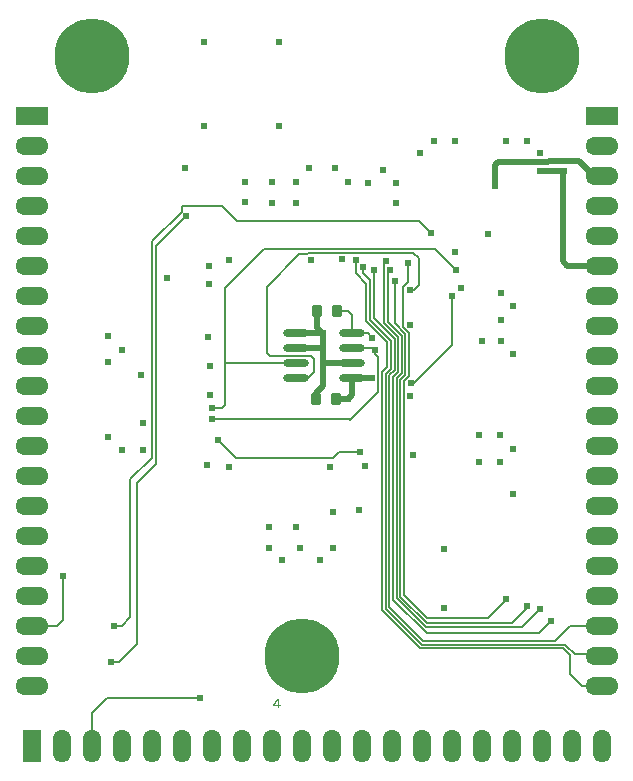
<source format=gbl>
G04 Layer_Physical_Order=4*
G04 Layer_Color=16711680*
%FSLAX25Y25*%
%MOIN*%
G70*
G01*
G75*
G04:AMPARAMS|DCode=13|XSize=39.37mil|YSize=35.43mil|CornerRadius=4.43mil|HoleSize=0mil|Usage=FLASHONLY|Rotation=90.000|XOffset=0mil|YOffset=0mil|HoleType=Round|Shape=RoundedRectangle|*
%AMROUNDEDRECTD13*
21,1,0.03937,0.02658,0,0,90.0*
21,1,0.03051,0.03543,0,0,90.0*
1,1,0.00886,0.01329,0.01526*
1,1,0.00886,0.01329,-0.01526*
1,1,0.00886,-0.01329,-0.01526*
1,1,0.00886,-0.01329,0.01526*
%
%ADD13ROUNDEDRECTD13*%
%ADD15C,0.02000*%
%ADD16C,0.00600*%
%ADD17C,0.00800*%
%ADD20C,0.25000*%
%ADD21O,0.11000X0.06000*%
%ADD22R,0.11000X0.06000*%
%ADD23O,0.06000X0.11000*%
%ADD24R,0.06000X0.11000*%
%ADD25C,0.02400*%
%ADD32O,0.08661X0.02362*%
G36*
X191115Y121704D02*
X191609D01*
Y121166D01*
X191115D01*
Y120500D01*
X190515D01*
Y121166D01*
X189000D01*
Y121688D01*
X190271Y123763D01*
X191115D01*
Y121704D01*
D02*
G37*
%LPC*%
G36*
X190526Y123170D02*
X189594Y121704D01*
X190526D01*
Y123170D01*
D02*
G37*
%LPD*%
D13*
X203654Y253000D02*
D03*
X210347D02*
D03*
X203153Y223500D02*
D03*
X209846D02*
D03*
D15*
X263000Y294500D02*
Y301500D01*
X264000Y302500D01*
X280500D01*
X281000Y303000D01*
X291000D01*
X296000Y298000D01*
X298500D01*
X282000Y299500D02*
X286000D01*
X278000D02*
X282000D01*
X285500Y299000D02*
X286000Y299500D01*
X285500Y269500D02*
Y299000D01*
Y269500D02*
X287000Y268000D01*
X298500D01*
X214000Y223500D02*
X215449Y224949D01*
Y230500D01*
X222000D01*
X205500Y235500D02*
Y240500D01*
Y228000D02*
Y235500D01*
X215449D01*
X196551Y240500D02*
X205500D01*
Y245500D01*
X203654Y247346D02*
X205500Y245500D01*
X203654Y247346D02*
Y253000D01*
X196551Y245500D02*
X205500D01*
X203153Y225654D02*
X205500Y228000D01*
X203153Y223500D02*
Y225654D01*
X209846Y223500D02*
X214000D01*
D16*
X108500Y148000D02*
X117000D01*
X119000Y150000D01*
Y164500D01*
X211000Y206000D02*
X218000D01*
X209000Y204000D02*
X211000Y206000D01*
X176500Y204000D02*
X209000D01*
X170500Y210000D02*
X176500Y204000D01*
X173000Y235500D02*
Y260500D01*
Y221500D02*
Y235500D01*
X186127Y273627D02*
X242873D01*
X173000Y260500D02*
X186127Y273627D01*
X168500Y220500D02*
X172000D01*
X173000Y221500D01*
X168500Y216799D02*
X214201D01*
X214500Y216500D01*
X224100Y226100D01*
X266000Y156000D02*
Y156500D01*
X260500Y150500D02*
X266000Y156000D01*
Y156500D02*
X266500Y157000D01*
X240337Y150500D02*
X260500D01*
X240246Y145500D02*
X277500D01*
X228973Y156773D02*
Y231034D01*
X239943Y147500D02*
X272000D01*
X230173Y157270D02*
Y230537D01*
X240140Y149000D02*
X268500D01*
X231373Y157767D02*
Y230040D01*
X232573Y158264D02*
Y229543D01*
Y158264D02*
X240337Y150500D01*
X231373Y157767D02*
X240140Y149000D01*
X230173Y157270D02*
X239943Y147500D01*
X228973Y156773D02*
X240246Y145500D01*
X268500Y149000D02*
X273500Y154000D01*
X272000Y147500D02*
X278000Y153500D01*
X277500Y145500D02*
X281500Y149500D01*
X282900Y142900D02*
X288000Y148000D01*
X239100Y142900D02*
X282900D01*
X227773Y154227D02*
X239100Y142900D01*
X286300Y141700D02*
X289500Y138500D01*
X238603Y141700D02*
X286300D01*
X226573Y153730D02*
X238603Y141700D01*
X285803Y140500D02*
X288000Y138303D01*
X238106Y140500D02*
X285803D01*
X225373Y153233D02*
X238106Y140500D01*
X220500Y245500D02*
X222000Y244000D01*
X215449Y245500D02*
X220500D01*
X210347Y253000D02*
X214000D01*
X215449Y251551D01*
Y245500D02*
Y251551D01*
X223000Y238500D02*
X224000Y237500D01*
X223000Y238500D02*
Y240000D01*
X224000Y231470D02*
Y237500D01*
Y231470D02*
X224100Y231370D01*
Y226100D02*
Y231370D01*
X235000Y229000D02*
X236000D01*
X225373Y153233D02*
Y232525D01*
X226573Y153730D02*
Y232028D01*
X227773Y154227D02*
Y231531D01*
X232573Y229543D02*
X234300Y231270D01*
Y245730D01*
X231373Y230040D02*
X233100Y231767D01*
X230173Y230537D02*
X231900Y232264D01*
X228973Y231034D02*
X230700Y232761D01*
X227773Y231531D02*
X229500Y233258D01*
X226573Y232028D02*
X228300Y233755D01*
X225373Y232525D02*
X227100Y234252D01*
Y242506D01*
X228300Y233755D02*
Y243003D01*
X229500Y233258D02*
Y243500D01*
X230700Y232761D02*
Y244239D01*
X231900Y232264D02*
Y244736D01*
X233100Y231767D02*
Y245233D01*
X236000Y229000D02*
X248500Y241500D01*
Y258000D01*
X220100Y249506D02*
X227100Y242506D01*
X221300Y250003D02*
X228300Y243003D01*
X222500Y250500D02*
X229500Y243500D01*
X225900Y249039D02*
X230700Y244239D01*
X227400Y249236D02*
X231900Y244736D01*
X229500Y248833D02*
Y263000D01*
Y248833D02*
X233100Y245233D01*
X232400Y247630D02*
Y260870D01*
Y247630D02*
X234300Y245730D01*
X222500Y240500D02*
X223000Y240000D01*
X215449Y240500D02*
X222500D01*
X234500Y260000D02*
X236000D01*
X237500Y261500D01*
Y270500D01*
X235573Y272427D02*
X237500Y270500D01*
X200957Y272427D02*
X235573D01*
X200330Y271800D02*
X200957Y272427D01*
X197800Y271800D02*
X200330D01*
X242873Y273627D02*
X250000Y266500D01*
X187000Y261000D02*
X197800Y271800D01*
X187000Y239000D02*
Y261000D01*
X220100Y249506D02*
Y261900D01*
X221300Y250003D02*
Y263200D01*
X222500Y250500D02*
Y266500D01*
X216500Y265500D02*
X220100Y261900D01*
X219000Y265500D02*
X221300Y263200D01*
X187000Y239000D02*
X188000Y238000D01*
X201500D01*
X202500Y237000D01*
Y232500D02*
Y237000D01*
X200500Y230500D02*
X202500Y232500D01*
X196551Y230500D02*
X200500D01*
X173000Y235500D02*
X196551D01*
X232400Y260870D02*
X234000Y262470D01*
Y269000D01*
X225900Y249039D02*
Y268900D01*
X227400Y249236D02*
Y265900D01*
X228000Y266500D01*
X273500Y154000D02*
Y154500D01*
X225900Y268900D02*
X226500Y269500D01*
X292000Y128000D02*
X298500D01*
X288000Y132000D02*
X292000Y128000D01*
X288000Y132000D02*
Y138303D01*
X216500Y265500D02*
Y270000D01*
X298000Y138500D02*
X298500Y138000D01*
X289500Y138500D02*
X298000D01*
X219000Y265500D02*
Y267500D01*
X288000Y148000D02*
X298500D01*
X128500Y108000D02*
Y119000D01*
X133500Y124000D01*
X164500D01*
D17*
X135000Y136000D02*
X137500D01*
X143500Y142000D01*
X136000Y148000D02*
X138500D01*
X141300Y150800D01*
Y196800D01*
X143500Y142000D02*
Y195500D01*
X150000Y202000D01*
Y274500D01*
X160000Y284500D01*
X141300Y196800D02*
X148600Y204100D01*
Y276211D01*
X158500Y286111D01*
Y288000D01*
X172000D01*
X177000Y283000D01*
X237500D01*
X241500Y279000D01*
D20*
X278500Y338000D02*
D03*
X128500D02*
D03*
X198500Y138000D02*
D03*
D21*
X298500Y128000D02*
D03*
Y138000D02*
D03*
Y148000D02*
D03*
Y158000D02*
D03*
Y168000D02*
D03*
Y178000D02*
D03*
Y188000D02*
D03*
Y198000D02*
D03*
Y208000D02*
D03*
Y218000D02*
D03*
Y228000D02*
D03*
Y238000D02*
D03*
Y248000D02*
D03*
Y258000D02*
D03*
Y268000D02*
D03*
Y278000D02*
D03*
Y288000D02*
D03*
Y298000D02*
D03*
Y308000D02*
D03*
X108500Y128000D02*
D03*
Y138000D02*
D03*
Y148000D02*
D03*
Y158000D02*
D03*
Y168000D02*
D03*
Y178000D02*
D03*
Y188000D02*
D03*
Y198000D02*
D03*
Y208000D02*
D03*
Y218000D02*
D03*
Y228000D02*
D03*
Y238000D02*
D03*
Y248000D02*
D03*
Y258000D02*
D03*
Y268000D02*
D03*
Y278000D02*
D03*
Y288000D02*
D03*
Y298000D02*
D03*
Y308000D02*
D03*
D22*
X298500Y318000D02*
D03*
X108500D02*
D03*
D23*
X298500Y108000D02*
D03*
X288500D02*
D03*
X278500D02*
D03*
X268500D02*
D03*
X258500D02*
D03*
X248500D02*
D03*
X238500D02*
D03*
X228500D02*
D03*
X218500D02*
D03*
X208500D02*
D03*
X198500D02*
D03*
X188500D02*
D03*
X178500D02*
D03*
X168500D02*
D03*
X158500D02*
D03*
X148500D02*
D03*
X138500D02*
D03*
X128500D02*
D03*
X118500D02*
D03*
D24*
X108500D02*
D03*
D25*
X119000Y164500D02*
D03*
X135000Y136000D02*
D03*
X136000Y148000D02*
D03*
X218000Y206000D02*
D03*
X170500Y210000D02*
D03*
X168500Y216799D02*
D03*
Y220500D02*
D03*
X246000Y154000D02*
D03*
Y173500D02*
D03*
X266500Y157000D02*
D03*
X263000Y294500D02*
D03*
X222000Y244000D02*
D03*
X153500Y264000D02*
D03*
X223000Y240000D02*
D03*
X235000Y229000D02*
D03*
X228000Y266500D02*
D03*
X229500Y263000D02*
D03*
X273500Y154500D02*
D03*
X278000Y153500D02*
D03*
X281500Y149500D02*
D03*
X214000Y296000D02*
D03*
X220500Y295500D02*
D03*
X230000D02*
D03*
Y289000D02*
D03*
X191000Y314500D02*
D03*
X166000D02*
D03*
Y342500D02*
D03*
X191000D02*
D03*
X209000Y186000D02*
D03*
X217500Y186500D02*
D03*
X250000Y266500D02*
D03*
X234500Y260000D02*
D03*
X248500Y258000D02*
D03*
X251500Y260500D02*
D03*
X249500Y272500D02*
D03*
X234000Y269000D02*
D03*
X226500Y269500D02*
D03*
X222500Y266500D02*
D03*
X219000Y267500D02*
D03*
X216500Y270000D02*
D03*
X286000Y299500D02*
D03*
X282000D02*
D03*
X278000D02*
D03*
X188500Y289000D02*
D03*
Y296000D02*
D03*
X196500Y289000D02*
D03*
X198000Y174000D02*
D03*
X196500Y181000D02*
D03*
X187500D02*
D03*
Y174000D02*
D03*
X192000Y170000D02*
D03*
X209000Y174000D02*
D03*
X204500Y170000D02*
D03*
X257500Y202500D02*
D03*
Y211500D02*
D03*
X201500Y270000D02*
D03*
X167358Y244358D02*
D03*
X258500Y243000D02*
D03*
X222000Y230500D02*
D03*
X205500Y240500D02*
D03*
Y245500D02*
D03*
X214000Y223500D02*
D03*
X145000Y231500D02*
D03*
X145500Y215500D02*
D03*
X164500Y124000D02*
D03*
X269000Y192000D02*
D03*
X264500Y211500D02*
D03*
Y202500D02*
D03*
X269000Y207000D02*
D03*
X265000Y259000D02*
D03*
Y250000D02*
D03*
Y243000D02*
D03*
X269000Y238500D02*
D03*
Y254500D02*
D03*
X260500Y278500D02*
D03*
X278000Y305500D02*
D03*
X238000D02*
D03*
X266500Y309500D02*
D03*
X273500D02*
D03*
X249500D02*
D03*
X242500D02*
D03*
X225500Y300000D02*
D03*
X201000Y300500D02*
D03*
X209500D02*
D03*
X196500Y296000D02*
D03*
X179500D02*
D03*
X159500Y300500D02*
D03*
X138500Y240000D02*
D03*
X134000Y244500D02*
D03*
Y236000D02*
D03*
Y211000D02*
D03*
X138500Y206500D02*
D03*
X145500D02*
D03*
X168000Y225000D02*
D03*
X167575Y262075D02*
D03*
X167984Y234516D02*
D03*
X167000Y201500D02*
D03*
X174425Y201075D02*
D03*
X207890Y201110D02*
D03*
X219701Y201201D02*
D03*
X235512Y204988D02*
D03*
X234673Y224673D02*
D03*
X234705Y248295D02*
D03*
X211827Y270327D02*
D03*
X179654Y289154D02*
D03*
X167500Y268000D02*
D03*
X174425Y269925D02*
D03*
X160000Y284500D02*
D03*
X241500Y279000D02*
D03*
D32*
X196551Y230500D02*
D03*
Y235500D02*
D03*
Y240500D02*
D03*
Y245500D02*
D03*
X215449Y230500D02*
D03*
Y235500D02*
D03*
Y240500D02*
D03*
Y245500D02*
D03*
M02*

</source>
